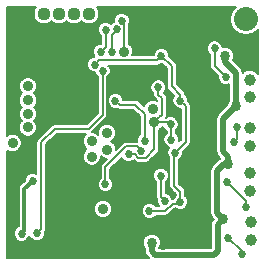
<source format=gbl>
G04 #@! TF.FileFunction,Copper,L2,Bot,Signal*
%FSLAX46Y46*%
G04 Gerber Fmt 4.6, Leading zero omitted, Abs format (unit mm)*
G04 Created by KiCad (PCBNEW (2014-12-04 BZR 5312)-product) date 1/18/2015 1:19:07 PM*
%MOMM*%
G01*
G04 APERTURE LIST*
%ADD10C,0.100000*%
%ADD11C,0.400000*%
%ADD12C,0.883200*%
%ADD13C,1.000000*%
%ADD14R,2.032000X2.032000*%
%ADD15O,2.032000X2.032000*%
%ADD16C,1.117600*%
%ADD17C,0.685800*%
%ADD18C,0.863600*%
%ADD19C,0.203200*%
%ADD20C,0.152400*%
%ADD21C,0.508000*%
%ADD22C,0.304800*%
G04 APERTURE END LIST*
D10*
D11*
X62528060Y-54789100D03*
X62528060Y-53289100D03*
X63528060Y-54789100D03*
X63528060Y-53289100D03*
X63008060Y-54039100D03*
X62474720Y-41222960D03*
X62474720Y-39722960D03*
X63474720Y-41222960D03*
X63474720Y-39722960D03*
X62954720Y-40472960D03*
X62510280Y-50130740D03*
X62510280Y-48630740D03*
X63510280Y-50130740D03*
X63510280Y-48630740D03*
X62990280Y-49380740D03*
X63505960Y-45632400D03*
X63505960Y-44132400D03*
X64505960Y-45632400D03*
X64505960Y-44132400D03*
X63985960Y-44882400D03*
D12*
X54518220Y-47886280D03*
X54518220Y-46586280D03*
X55818220Y-47286280D03*
X55818220Y-45886280D03*
X49117900Y-44273200D03*
X49117900Y-43123200D03*
X49103280Y-45412660D03*
X57264300Y-38991540D03*
X59814460Y-44978320D03*
X59681330Y-43828970D03*
X49117900Y-41923200D03*
D13*
X68005960Y-53457720D03*
X68005960Y-54957720D03*
X67901820Y-41359700D03*
X67901820Y-42859700D03*
X67950080Y-45466880D03*
X67950080Y-46966880D03*
X67950080Y-49266720D03*
X67950080Y-50766720D03*
D14*
X67564000Y-38785800D03*
D15*
X67564000Y-36245800D03*
D12*
X55458360Y-52311300D03*
X58574940Y-49336960D03*
X47815500Y-46741080D03*
D16*
X47934880Y-35791140D03*
X49204880Y-35791140D03*
X50474880Y-35791140D03*
X51744880Y-35791140D03*
X53014880Y-35791140D03*
X54284880Y-35791140D03*
D17*
X60520580Y-55425340D03*
X65308480Y-42677080D03*
X58036460Y-35570160D03*
X53481700Y-42062400D03*
X52717900Y-42823200D03*
X53456300Y-43561000D03*
X51983100Y-43561000D03*
X51983100Y-42087800D03*
X53619400Y-48928020D03*
X48214280Y-48470820D03*
X50546000Y-37693600D03*
X61367389Y-51119984D03*
D18*
X57480200Y-53014880D03*
D17*
X60434220Y-40347900D03*
X47986850Y-51829550D03*
X60601948Y-47731749D03*
X47668180Y-54422040D03*
X64000380Y-38445440D03*
X64549020Y-47508160D03*
X64203580Y-51711860D03*
X52367180Y-55321200D03*
X57073800Y-36362640D03*
D18*
X59603640Y-55156100D03*
X65664080Y-53172360D03*
X66093340Y-48506380D03*
X65801240Y-39364920D03*
X66763900Y-43591480D03*
D17*
X55681880Y-50223420D03*
X58732420Y-47365920D03*
X48585120Y-54411880D03*
X49509680Y-49923700D03*
X60426600Y-39336980D03*
X62019180Y-43139360D03*
X61600080Y-47533560D03*
X62021720Y-51711860D03*
X59408060Y-52481480D03*
X54782720Y-40083740D03*
X56531960Y-43151690D03*
X58991500Y-46527720D03*
X56654700Y-37117020D03*
X56217820Y-39019480D03*
X55708466Y-37135865D03*
X55272940Y-39006780D03*
X57658000Y-47668180D03*
X60699926Y-51627026D03*
X61267340Y-46443910D03*
X60379875Y-49495445D03*
X60157360Y-42006520D03*
X61208571Y-45130720D03*
X64927480Y-38709600D03*
X65846960Y-41120060D03*
X67251580Y-56095900D03*
X66075560Y-54734460D03*
X67612260Y-52120800D03*
X65984120Y-50022760D03*
X66532860Y-46682680D03*
X66842640Y-45387260D03*
X55440560Y-40625515D03*
X49890680Y-54356000D03*
D19*
X52717900Y-42823200D02*
X53478700Y-42062400D01*
X53478700Y-42062400D02*
X53481700Y-42062400D01*
X52718500Y-42823200D02*
X53456300Y-43561000D01*
X52717900Y-42823200D02*
X52718500Y-42823200D01*
X52717900Y-42826200D02*
X51983100Y-43561000D01*
X52717900Y-42823200D02*
X52717900Y-42826200D01*
X52717900Y-42822600D02*
X51983100Y-42087800D01*
X52717900Y-42823200D02*
X52717900Y-42822600D01*
D20*
X57264300Y-36553140D02*
X57073800Y-36362640D01*
X57264300Y-38991540D02*
X57264300Y-36553140D01*
D21*
X65664080Y-53172360D02*
X65196720Y-53639720D01*
X59916060Y-56177180D02*
X59603640Y-55864760D01*
X59603640Y-55864760D02*
X59603640Y-55156100D01*
X65196720Y-53639720D02*
X65196720Y-55872380D01*
X65196720Y-55872380D02*
X64891920Y-56177180D01*
X64891920Y-56177180D02*
X59916060Y-56177180D01*
X66093340Y-48506380D02*
X66067940Y-48531780D01*
X66067940Y-48531780D02*
X65717420Y-48531780D01*
X65717420Y-48531780D02*
X65133220Y-49115980D01*
X65133220Y-49115980D02*
X65133220Y-52641500D01*
X65133220Y-52641500D02*
X65664080Y-53172360D01*
X66763900Y-43591480D02*
X65638680Y-44716700D01*
X65638680Y-44716700D02*
X65638680Y-47441063D01*
X65638680Y-47441063D02*
X66093340Y-47895723D01*
X66093340Y-47895723D02*
X66093340Y-48506380D01*
X66708020Y-43535600D02*
X66763900Y-43591480D01*
X66708020Y-40789860D02*
X66708020Y-43535600D01*
X65801240Y-39883080D02*
X66708020Y-40789860D01*
X65801240Y-39364920D02*
X65801240Y-39883080D01*
D22*
X48585120Y-54411880D02*
X48816260Y-54180740D01*
X48816260Y-54180740D02*
X48816260Y-50617120D01*
X48816260Y-50617120D02*
X49509680Y-49923700D01*
D20*
X58732420Y-47365920D02*
X58389521Y-47023021D01*
X58389521Y-47023021D02*
X57457337Y-47023021D01*
X57457337Y-47023021D02*
X55681880Y-48798478D01*
X55681880Y-48798478D02*
X55681880Y-50223420D01*
D19*
X61302900Y-41938147D02*
X61302900Y-40213280D01*
X61302900Y-40213280D02*
X60426600Y-39336980D01*
X62019180Y-43139360D02*
X62019180Y-42654427D01*
X62019180Y-42654427D02*
X61302900Y-41938147D01*
X62481460Y-43601640D02*
X62481460Y-46652180D01*
X62481460Y-46652180D02*
X61600080Y-47533560D01*
X62019180Y-43139360D02*
X62481460Y-43601640D01*
X61516260Y-50355500D02*
X61516260Y-47617380D01*
X61516260Y-47617380D02*
X61600080Y-47533560D01*
X62021720Y-50860960D02*
X61516260Y-50355500D01*
X62021720Y-51226927D02*
X62021720Y-50860960D01*
X62021720Y-51711860D02*
X62021720Y-51226927D01*
D20*
X61386720Y-51851560D02*
X61882020Y-51851560D01*
X61882020Y-51851560D02*
X62021720Y-51711860D01*
X60756800Y-52481480D02*
X61386720Y-51851560D01*
X59408060Y-52481480D02*
X60756800Y-52481480D01*
D19*
X60083701Y-39679879D02*
X60426600Y-39336980D01*
X60022739Y-39740841D02*
X60083701Y-39679879D01*
X55125619Y-39740841D02*
X60022739Y-39740841D01*
X54782720Y-40083740D02*
X55125619Y-39740841D01*
D20*
X56874859Y-43494589D02*
X58211349Y-43494589D01*
X56531960Y-43151690D02*
X56874859Y-43494589D01*
X58991500Y-44274740D02*
X58991500Y-46527720D01*
X58211349Y-43494589D02*
X58991500Y-44274740D01*
X56311801Y-37459919D02*
X56654700Y-37117020D01*
X56217820Y-37553900D02*
X56311801Y-37459919D01*
X56217820Y-39019480D02*
X56217820Y-37553900D01*
X55708466Y-37620798D02*
X55708466Y-37135865D01*
X55708466Y-38571254D02*
X55708466Y-37620798D01*
X55272940Y-39006780D02*
X55708466Y-38571254D01*
X60379875Y-51306975D02*
X60699926Y-51627026D01*
X60379875Y-49495445D02*
X60379875Y-51306975D01*
X61267340Y-46443910D02*
X61267340Y-45189489D01*
X61208571Y-45130720D02*
X61267340Y-45189489D01*
D19*
X60157360Y-42006520D02*
X60157360Y-42635137D01*
X60157360Y-42635137D02*
X60478531Y-42956308D01*
X60478531Y-42956308D02*
X60478531Y-44314249D01*
X60478531Y-44314249D02*
X60256059Y-44536721D01*
X60256059Y-44536721D02*
X59814460Y-44978320D01*
D20*
X61056171Y-44978320D02*
X61208571Y-45130720D01*
X59814460Y-44978320D02*
X61056171Y-44978320D01*
D19*
X58142933Y-47668180D02*
X57658000Y-47668180D01*
X58447733Y-47972980D02*
X58142933Y-47668180D01*
X59077860Y-47972980D02*
X58447733Y-47972980D01*
X59814460Y-47236380D02*
X59077860Y-47972980D01*
X59814460Y-44978320D02*
X59814460Y-47236380D01*
D20*
X64927480Y-39194533D02*
X64927480Y-38709600D01*
X64927480Y-40200580D02*
X64927480Y-39194533D01*
X65846960Y-41120060D02*
X64927480Y-40200580D01*
X67251580Y-55910480D02*
X67251580Y-56095900D01*
X66075560Y-54734460D02*
X67251580Y-55910480D01*
X67612260Y-51650900D02*
X67612260Y-52120800D01*
X65984120Y-50022760D02*
X67612260Y-51650900D01*
X66842640Y-45387260D02*
X66842640Y-46372900D01*
X66842640Y-46372900D02*
X66532860Y-46682680D01*
X50233579Y-54013101D02*
X50233579Y-46677581D01*
X49890680Y-54356000D02*
X50233579Y-54013101D01*
X50233579Y-46677581D02*
X51368960Y-45542200D01*
X51368960Y-45542200D02*
X54256940Y-45542200D01*
X55440560Y-44358580D02*
X55440560Y-40625515D01*
X54256940Y-45542200D02*
X55440560Y-44358580D01*
G36*
X62049660Y-46473322D02*
X61937287Y-46585695D01*
X61940323Y-46578385D01*
X61940557Y-46310609D01*
X61838299Y-46063127D01*
X61673740Y-45898280D01*
X61673740Y-45617439D01*
X61778865Y-45512498D01*
X61881554Y-45265195D01*
X61881788Y-44997419D01*
X61779530Y-44749937D01*
X61590349Y-44560426D01*
X61343046Y-44457737D01*
X61075270Y-44457503D01*
X60827788Y-44559761D01*
X60815896Y-44571631D01*
X60877462Y-44479492D01*
X60877462Y-44479491D01*
X60910331Y-44314249D01*
X60910331Y-42956308D01*
X60877462Y-42791065D01*
X60783860Y-42650979D01*
X60783856Y-42650976D01*
X60624326Y-42491445D01*
X60727654Y-42388298D01*
X60830343Y-42140995D01*
X60830577Y-41873219D01*
X60728319Y-41625737D01*
X60539138Y-41436226D01*
X60291835Y-41333537D01*
X60024059Y-41333303D01*
X59776577Y-41435561D01*
X59587066Y-41624742D01*
X59484377Y-41872045D01*
X59484143Y-42139821D01*
X59586401Y-42387303D01*
X59725560Y-42526704D01*
X59725560Y-42635137D01*
X59758429Y-42800380D01*
X59852031Y-42940466D01*
X60046731Y-43135165D01*
X60046731Y-43145005D01*
X59835524Y-43057305D01*
X59528483Y-43057037D01*
X59244712Y-43174289D01*
X59027412Y-43391210D01*
X58926273Y-43634777D01*
X58498717Y-43207221D01*
X58366872Y-43119124D01*
X58211349Y-43088189D01*
X57205116Y-43088189D01*
X57205177Y-43018389D01*
X57102919Y-42770907D01*
X56913738Y-42581396D01*
X56666435Y-42478707D01*
X56398659Y-42478473D01*
X56151177Y-42580731D01*
X55961666Y-42769912D01*
X55858977Y-43017215D01*
X55858743Y-43284991D01*
X55961001Y-43532473D01*
X56150182Y-43721984D01*
X56397485Y-43824673D01*
X56651751Y-43824895D01*
X56719336Y-43870054D01*
X56874859Y-43900989D01*
X58043013Y-43900989D01*
X58585100Y-44443076D01*
X58585100Y-45982333D01*
X58421206Y-46145942D01*
X58318517Y-46393245D01*
X58318321Y-46616621D01*
X57457337Y-46616621D01*
X57301814Y-46647556D01*
X57169969Y-46735653D01*
X56589993Y-47315628D01*
X56590153Y-47133433D01*
X56472901Y-46849662D01*
X56255980Y-46632362D01*
X56145079Y-46586312D01*
X56254838Y-46540961D01*
X56472138Y-46324040D01*
X56589885Y-46040474D01*
X56590153Y-45733433D01*
X56472901Y-45449662D01*
X56255980Y-45232362D01*
X55972414Y-45114615D01*
X55665373Y-45114347D01*
X55381602Y-45231599D01*
X55164302Y-45448520D01*
X55046555Y-45732086D01*
X55046301Y-46022841D01*
X54955980Y-45932362D01*
X54672414Y-45814615D01*
X54559359Y-45814516D01*
X55727928Y-44645949D01*
X55727928Y-44645948D01*
X55816025Y-44514103D01*
X55846959Y-44358580D01*
X55846960Y-44358580D01*
X55846960Y-41170901D01*
X56010854Y-41007293D01*
X56113543Y-40759990D01*
X56113777Y-40492214D01*
X56011519Y-40244732D01*
X55939553Y-40172641D01*
X60022739Y-40172641D01*
X60187981Y-40139772D01*
X60187982Y-40139772D01*
X60328068Y-40046170D01*
X60364212Y-40010025D01*
X60489097Y-40010135D01*
X60871100Y-40392137D01*
X60871100Y-41938147D01*
X60903969Y-42103390D01*
X60997571Y-42243476D01*
X61480308Y-42726213D01*
X61448886Y-42757582D01*
X61346197Y-43004885D01*
X61345963Y-43272661D01*
X61448221Y-43520143D01*
X61637402Y-43709654D01*
X61884705Y-43812343D01*
X62049660Y-43812487D01*
X62049660Y-46473322D01*
X62049660Y-46473322D01*
G37*
X62049660Y-46473322D02*
X61937287Y-46585695D01*
X61940323Y-46578385D01*
X61940557Y-46310609D01*
X61838299Y-46063127D01*
X61673740Y-45898280D01*
X61673740Y-45617439D01*
X61778865Y-45512498D01*
X61881554Y-45265195D01*
X61881788Y-44997419D01*
X61779530Y-44749937D01*
X61590349Y-44560426D01*
X61343046Y-44457737D01*
X61075270Y-44457503D01*
X60827788Y-44559761D01*
X60815896Y-44571631D01*
X60877462Y-44479492D01*
X60877462Y-44479491D01*
X60910331Y-44314249D01*
X60910331Y-42956308D01*
X60877462Y-42791065D01*
X60783860Y-42650979D01*
X60783856Y-42650976D01*
X60624326Y-42491445D01*
X60727654Y-42388298D01*
X60830343Y-42140995D01*
X60830577Y-41873219D01*
X60728319Y-41625737D01*
X60539138Y-41436226D01*
X60291835Y-41333537D01*
X60024059Y-41333303D01*
X59776577Y-41435561D01*
X59587066Y-41624742D01*
X59484377Y-41872045D01*
X59484143Y-42139821D01*
X59586401Y-42387303D01*
X59725560Y-42526704D01*
X59725560Y-42635137D01*
X59758429Y-42800380D01*
X59852031Y-42940466D01*
X60046731Y-43135165D01*
X60046731Y-43145005D01*
X59835524Y-43057305D01*
X59528483Y-43057037D01*
X59244712Y-43174289D01*
X59027412Y-43391210D01*
X58926273Y-43634777D01*
X58498717Y-43207221D01*
X58366872Y-43119124D01*
X58211349Y-43088189D01*
X57205116Y-43088189D01*
X57205177Y-43018389D01*
X57102919Y-42770907D01*
X56913738Y-42581396D01*
X56666435Y-42478707D01*
X56398659Y-42478473D01*
X56151177Y-42580731D01*
X55961666Y-42769912D01*
X55858977Y-43017215D01*
X55858743Y-43284991D01*
X55961001Y-43532473D01*
X56150182Y-43721984D01*
X56397485Y-43824673D01*
X56651751Y-43824895D01*
X56719336Y-43870054D01*
X56874859Y-43900989D01*
X58043013Y-43900989D01*
X58585100Y-44443076D01*
X58585100Y-45982333D01*
X58421206Y-46145942D01*
X58318517Y-46393245D01*
X58318321Y-46616621D01*
X57457337Y-46616621D01*
X57301814Y-46647556D01*
X57169969Y-46735653D01*
X56589993Y-47315628D01*
X56590153Y-47133433D01*
X56472901Y-46849662D01*
X56255980Y-46632362D01*
X56145079Y-46586312D01*
X56254838Y-46540961D01*
X56472138Y-46324040D01*
X56589885Y-46040474D01*
X56590153Y-45733433D01*
X56472901Y-45449662D01*
X56255980Y-45232362D01*
X55972414Y-45114615D01*
X55665373Y-45114347D01*
X55381602Y-45231599D01*
X55164302Y-45448520D01*
X55046555Y-45732086D01*
X55046301Y-46022841D01*
X54955980Y-45932362D01*
X54672414Y-45814615D01*
X54559359Y-45814516D01*
X55727928Y-44645949D01*
X55727928Y-44645948D01*
X55816025Y-44514103D01*
X55846959Y-44358580D01*
X55846960Y-44358580D01*
X55846960Y-41170901D01*
X56010854Y-41007293D01*
X56113543Y-40759990D01*
X56113777Y-40492214D01*
X56011519Y-40244732D01*
X55939553Y-40172641D01*
X60022739Y-40172641D01*
X60187981Y-40139772D01*
X60187982Y-40139772D01*
X60328068Y-40046170D01*
X60364212Y-40010025D01*
X60489097Y-40010135D01*
X60871100Y-40392137D01*
X60871100Y-41938147D01*
X60903969Y-42103390D01*
X60997571Y-42243476D01*
X61480308Y-42726213D01*
X61448886Y-42757582D01*
X61346197Y-43004885D01*
X61345963Y-43272661D01*
X61448221Y-43520143D01*
X61637402Y-43709654D01*
X61884705Y-43812343D01*
X62049660Y-43812487D01*
X62049660Y-46473322D01*
G36*
X68604720Y-40888721D02*
X68372705Y-40656301D01*
X68067682Y-40529644D01*
X67737407Y-40529356D01*
X67432164Y-40655480D01*
X67292220Y-40795179D01*
X67292220Y-40789865D01*
X67292220Y-40789860D01*
X67292221Y-40789860D01*
X67247751Y-40566297D01*
X67247750Y-40566296D01*
X67205729Y-40503407D01*
X67121112Y-40376769D01*
X67121112Y-40376768D01*
X67121108Y-40376765D01*
X66474614Y-39730270D01*
X66563107Y-39517156D01*
X66563372Y-39214014D01*
X66447608Y-38933846D01*
X66233442Y-38719305D01*
X65953476Y-38603053D01*
X65650334Y-38602788D01*
X65600655Y-38623314D01*
X65600697Y-38576299D01*
X65498439Y-38328817D01*
X65309258Y-38139306D01*
X65061955Y-38036617D01*
X64794179Y-38036383D01*
X64546697Y-38138641D01*
X64357186Y-38327822D01*
X64254497Y-38575125D01*
X64254263Y-38842901D01*
X64356521Y-39090383D01*
X64521080Y-39255229D01*
X64521080Y-40200580D01*
X64552015Y-40356103D01*
X64640112Y-40487948D01*
X65173945Y-41021781D01*
X65173743Y-41253361D01*
X65276001Y-41500843D01*
X65465182Y-41690354D01*
X65712485Y-41793043D01*
X65980261Y-41793277D01*
X66123820Y-41733959D01*
X66123820Y-43153752D01*
X66118285Y-43159278D01*
X66002033Y-43439244D01*
X66001956Y-43527239D01*
X65225588Y-44303608D01*
X65098950Y-44493136D01*
X65054480Y-44716700D01*
X65054480Y-47441063D01*
X65098950Y-47664627D01*
X65225588Y-47854155D01*
X65415702Y-48044269D01*
X65304328Y-48118688D01*
X65304325Y-48118691D01*
X64720128Y-48702888D01*
X64593490Y-48892416D01*
X64549020Y-49115980D01*
X64549020Y-52641500D01*
X64593490Y-52865064D01*
X64720128Y-53054592D01*
X64837896Y-53172359D01*
X64783628Y-53226628D01*
X64656990Y-53416156D01*
X64612520Y-53639720D01*
X64612520Y-55592980D01*
X62913261Y-55592980D01*
X62913261Y-46652180D01*
X62913260Y-46652174D01*
X62913260Y-43601645D01*
X62913260Y-43601640D01*
X62913261Y-43601640D01*
X62880392Y-43436398D01*
X62880391Y-43436397D01*
X62849332Y-43389914D01*
X62786789Y-43296312D01*
X62786789Y-43296311D01*
X62786785Y-43296308D01*
X62692225Y-43201748D01*
X62692397Y-43006059D01*
X62590139Y-42758577D01*
X62442223Y-42610403D01*
X62442222Y-42610402D01*
X62418111Y-42489185D01*
X62418111Y-42489184D01*
X62324509Y-42349098D01*
X61734700Y-41759289D01*
X61734700Y-40213280D01*
X61701831Y-40048037D01*
X61608229Y-39907951D01*
X61608225Y-39907948D01*
X61099645Y-39399368D01*
X61099817Y-39203679D01*
X60997559Y-38956197D01*
X60808378Y-38766686D01*
X60561075Y-38663997D01*
X60293299Y-38663763D01*
X60045817Y-38766021D01*
X59856306Y-38955202D01*
X59753617Y-39202505D01*
X59753523Y-39309041D01*
X57968153Y-39309041D01*
X58035965Y-39145734D01*
X58036233Y-38838693D01*
X57918981Y-38554922D01*
X57702060Y-38337622D01*
X57670700Y-38324600D01*
X57670700Y-36680343D01*
X57746783Y-36497115D01*
X57747017Y-36229339D01*
X57644759Y-35981857D01*
X57455578Y-35792346D01*
X57208275Y-35689657D01*
X56940499Y-35689423D01*
X56693017Y-35791681D01*
X56503506Y-35980862D01*
X56400817Y-36228165D01*
X56400584Y-36493722D01*
X56273917Y-36546061D01*
X56172165Y-36647635D01*
X56090244Y-36565571D01*
X55842941Y-36462882D01*
X55575165Y-36462648D01*
X55327683Y-36564906D01*
X55138172Y-36754087D01*
X55035483Y-37001390D01*
X55035249Y-37269166D01*
X55137507Y-37516648D01*
X55302066Y-37681494D01*
X55302066Y-38333704D01*
X55139639Y-38333563D01*
X54892157Y-38435821D01*
X54702646Y-38625002D01*
X54599957Y-38872305D01*
X54599723Y-39140081D01*
X54701981Y-39387563D01*
X54724966Y-39410589D01*
X54649419Y-39410523D01*
X54401937Y-39512781D01*
X54212426Y-39701962D01*
X54109737Y-39949265D01*
X54109503Y-40217041D01*
X54211761Y-40464523D01*
X54400942Y-40654034D01*
X54648245Y-40756723D01*
X54767344Y-40756827D01*
X54767343Y-40758816D01*
X54869601Y-41006298D01*
X55034160Y-41171144D01*
X55034160Y-44190243D01*
X54088603Y-45135800D01*
X51368960Y-45135800D01*
X51213437Y-45166735D01*
X51081592Y-45254832D01*
X49946211Y-46390213D01*
X49889833Y-46474587D01*
X49889833Y-44120353D01*
X49772581Y-43836582D01*
X49634389Y-43698148D01*
X49771818Y-43560960D01*
X49889565Y-43277394D01*
X49889833Y-42970353D01*
X49772581Y-42686582D01*
X49609389Y-42523105D01*
X49771818Y-42360960D01*
X49889565Y-42077394D01*
X49889833Y-41770353D01*
X49772581Y-41486582D01*
X49555660Y-41269282D01*
X49272094Y-41151535D01*
X48965053Y-41151267D01*
X48681282Y-41268519D01*
X48463982Y-41485440D01*
X48346235Y-41769006D01*
X48345967Y-42076047D01*
X48463219Y-42359818D01*
X48626410Y-42523294D01*
X48463982Y-42685440D01*
X48346235Y-42969006D01*
X48345967Y-43276047D01*
X48463219Y-43559818D01*
X48601410Y-43698251D01*
X48463982Y-43835440D01*
X48346235Y-44119006D01*
X48345967Y-44426047D01*
X48463219Y-44709818D01*
X48588843Y-44835661D01*
X48449362Y-44974900D01*
X48331615Y-45258466D01*
X48331347Y-45565507D01*
X48448599Y-45849278D01*
X48665520Y-46066578D01*
X48949086Y-46184325D01*
X49256127Y-46184593D01*
X49539898Y-46067341D01*
X49757198Y-45850420D01*
X49874945Y-45566854D01*
X49875213Y-45259813D01*
X49757961Y-44976042D01*
X49632336Y-44850198D01*
X49771818Y-44710960D01*
X49889565Y-44427394D01*
X49889833Y-44120353D01*
X49889833Y-46474587D01*
X49858114Y-46522058D01*
X49827179Y-46677581D01*
X49827179Y-49326715D01*
X49644155Y-49250717D01*
X49376379Y-49250483D01*
X49128897Y-49352741D01*
X48939386Y-49541922D01*
X48836697Y-49789225D01*
X48836587Y-49914292D01*
X48475010Y-50275870D01*
X48370396Y-50432437D01*
X48333660Y-50617120D01*
X48333660Y-53787485D01*
X48204337Y-53840921D01*
X48014826Y-54030102D01*
X47912137Y-54277405D01*
X47911903Y-54545181D01*
X48014161Y-54792663D01*
X48203342Y-54982174D01*
X48450645Y-55084863D01*
X48718421Y-55085097D01*
X48965903Y-54982839D01*
X49155414Y-54793658D01*
X49249549Y-54566955D01*
X49319721Y-54736783D01*
X49508902Y-54926294D01*
X49756205Y-55028983D01*
X50023981Y-55029217D01*
X50271463Y-54926959D01*
X50460974Y-54737778D01*
X50563663Y-54490475D01*
X50563885Y-54236208D01*
X50609044Y-54168624D01*
X50639978Y-54013101D01*
X50639979Y-54013101D01*
X50639979Y-46845917D01*
X51537296Y-45948600D01*
X54064571Y-45948600D01*
X53864302Y-46148520D01*
X53746555Y-46432086D01*
X53746287Y-46739127D01*
X53863539Y-47022898D01*
X54076730Y-47236461D01*
X53864302Y-47448520D01*
X53746555Y-47732086D01*
X53746287Y-48039127D01*
X53863539Y-48322898D01*
X54080460Y-48540198D01*
X54364026Y-48657945D01*
X54671067Y-48658213D01*
X54954838Y-48540961D01*
X55172138Y-48324040D01*
X55289885Y-48040474D01*
X55290051Y-47849631D01*
X55380460Y-47940198D01*
X55664026Y-48057945D01*
X55847516Y-48058105D01*
X55394512Y-48511110D01*
X55306415Y-48642955D01*
X55275480Y-48798478D01*
X55275480Y-49678033D01*
X55111586Y-49841642D01*
X55008897Y-50088945D01*
X55008663Y-50356721D01*
X55110921Y-50604203D01*
X55300102Y-50793714D01*
X55547405Y-50896403D01*
X55815181Y-50896637D01*
X56062663Y-50794379D01*
X56252174Y-50605198D01*
X56354863Y-50357895D01*
X56355097Y-50090119D01*
X56252839Y-49842637D01*
X56088280Y-49677790D01*
X56088280Y-48966814D01*
X57063384Y-47991709D01*
X57087041Y-48048963D01*
X57276222Y-48238474D01*
X57523525Y-48341163D01*
X57791301Y-48341397D01*
X58038783Y-48239139D01*
X58071036Y-48206941D01*
X58142404Y-48278309D01*
X58282490Y-48371911D01*
X58447733Y-48404780D01*
X59077860Y-48404780D01*
X59243102Y-48371911D01*
X59243103Y-48371911D01*
X59383189Y-48278309D01*
X60119789Y-47541709D01*
X60213391Y-47401623D01*
X60213391Y-47401622D01*
X60218844Y-47374206D01*
X60246260Y-47236380D01*
X60246261Y-47236380D01*
X60246260Y-47236374D01*
X60246260Y-45634991D01*
X60251078Y-45633001D01*
X60468378Y-45416080D01*
X60481399Y-45384720D01*
X60585226Y-45384720D01*
X60637612Y-45511503D01*
X60826793Y-45701014D01*
X60860940Y-45715193D01*
X60860940Y-45898523D01*
X60697046Y-46062132D01*
X60594357Y-46309435D01*
X60594123Y-46577211D01*
X60696381Y-46824693D01*
X60885562Y-47014204D01*
X61084749Y-47096913D01*
X61029786Y-47151782D01*
X60927097Y-47399085D01*
X60926863Y-47666861D01*
X61029121Y-47914343D01*
X61084460Y-47969778D01*
X61084460Y-50355500D01*
X61117329Y-50520743D01*
X61210931Y-50660829D01*
X61589920Y-51039817D01*
X61589920Y-51191829D01*
X61451426Y-51330082D01*
X61403641Y-51445160D01*
X61386720Y-51445160D01*
X61355631Y-51451343D01*
X61270885Y-51246243D01*
X61081704Y-51056732D01*
X60834401Y-50954043D01*
X60786275Y-50954000D01*
X60786275Y-50040831D01*
X60950169Y-49877223D01*
X61052858Y-49629920D01*
X61053092Y-49362144D01*
X60950834Y-49114662D01*
X60761653Y-48925151D01*
X60514350Y-48822462D01*
X60246574Y-48822228D01*
X59999092Y-48924486D01*
X59809581Y-49113667D01*
X59706892Y-49360970D01*
X59706658Y-49628746D01*
X59808916Y-49876228D01*
X59973475Y-50041074D01*
X59973475Y-51306975D01*
X60004410Y-51462498D01*
X60026939Y-51496215D01*
X60026709Y-51760327D01*
X60128967Y-52007809D01*
X60196120Y-52075080D01*
X59953446Y-52075080D01*
X59789838Y-51911186D01*
X59542535Y-51808497D01*
X59274759Y-51808263D01*
X59027277Y-51910521D01*
X58837766Y-52099702D01*
X58735077Y-52347005D01*
X58734843Y-52614781D01*
X58837101Y-52862263D01*
X59026282Y-53051774D01*
X59273585Y-53154463D01*
X59541361Y-53154697D01*
X59788843Y-53052439D01*
X59953689Y-52887880D01*
X60756800Y-52887880D01*
X60912322Y-52856945D01*
X60912323Y-52856945D01*
X61044168Y-52768848D01*
X61555056Y-52257960D01*
X61615790Y-52257960D01*
X61639942Y-52282154D01*
X61887245Y-52384843D01*
X62155021Y-52385077D01*
X62402503Y-52282819D01*
X62592014Y-52093638D01*
X62694703Y-51846335D01*
X62694937Y-51578559D01*
X62592679Y-51331077D01*
X62453520Y-51191675D01*
X62453520Y-50860960D01*
X62420651Y-50695717D01*
X62327049Y-50555631D01*
X62327045Y-50555628D01*
X61948060Y-50176642D01*
X61948060Y-48118072D01*
X61980863Y-48104519D01*
X62170374Y-47915338D01*
X62273063Y-47668035D01*
X62273235Y-47471062D01*
X62786785Y-46957511D01*
X62786789Y-46957509D01*
X62786789Y-46957508D01*
X62849332Y-46863906D01*
X62880391Y-46817423D01*
X62880392Y-46817422D01*
X62913260Y-46652180D01*
X62913261Y-46652180D01*
X62913261Y-55592980D01*
X60244568Y-55592980D01*
X60249255Y-55588302D01*
X60365507Y-55308336D01*
X60365772Y-55005194D01*
X60250008Y-54725026D01*
X60035842Y-54510485D01*
X59755876Y-54394233D01*
X59452734Y-54393968D01*
X59172566Y-54509732D01*
X58958025Y-54723898D01*
X58841773Y-55003864D01*
X58841508Y-55307006D01*
X58957272Y-55587174D01*
X59019440Y-55649450D01*
X59019440Y-55864760D01*
X59063910Y-56088324D01*
X59190548Y-56277852D01*
X59357376Y-56444680D01*
X56230293Y-56444680D01*
X56230293Y-52158453D01*
X56113041Y-51874682D01*
X55896120Y-51657382D01*
X55612554Y-51539635D01*
X55305513Y-51539367D01*
X55021742Y-51656619D01*
X54804442Y-51873540D01*
X54686695Y-52157106D01*
X54686427Y-52464147D01*
X54803679Y-52747918D01*
X55020600Y-52965218D01*
X55304166Y-53082965D01*
X55611207Y-53083233D01*
X55894978Y-52965981D01*
X56112278Y-52749060D01*
X56230025Y-52465494D01*
X56230293Y-52158453D01*
X56230293Y-56444680D01*
X47365120Y-56444680D01*
X47365120Y-47382355D01*
X47377740Y-47394998D01*
X47661306Y-47512745D01*
X47968347Y-47513013D01*
X48252118Y-47395761D01*
X48469418Y-47178840D01*
X48587165Y-46895274D01*
X48587433Y-46588233D01*
X48470181Y-46304462D01*
X48253260Y-46087162D01*
X47969694Y-45969415D01*
X47662653Y-45969147D01*
X47378882Y-46086399D01*
X47365120Y-46100136D01*
X47365120Y-35205080D01*
X49803629Y-35205080D01*
X49721662Y-35286904D01*
X49586034Y-35613531D01*
X49585726Y-35967197D01*
X49720783Y-36294060D01*
X49970644Y-36544358D01*
X50297271Y-36679986D01*
X50650937Y-36680294D01*
X50977800Y-36545237D01*
X51109891Y-36413376D01*
X51240644Y-36544358D01*
X51567271Y-36679986D01*
X51920937Y-36680294D01*
X52247800Y-36545237D01*
X52379891Y-36413376D01*
X52510644Y-36544358D01*
X52837271Y-36679986D01*
X53190937Y-36680294D01*
X53517800Y-36545237D01*
X53649891Y-36413376D01*
X53780644Y-36544358D01*
X54107271Y-36679986D01*
X54460937Y-36680294D01*
X54787800Y-36545237D01*
X55038098Y-36295376D01*
X55173726Y-35968749D01*
X55174034Y-35615083D01*
X55038977Y-35288220D01*
X54955982Y-35205080D01*
X66705539Y-35205080D01*
X66612093Y-35267519D01*
X66320273Y-35704258D01*
X66217800Y-36219426D01*
X66217800Y-36272174D01*
X66320273Y-36787342D01*
X66612093Y-37224081D01*
X67048832Y-37515901D01*
X67564000Y-37618374D01*
X68079168Y-37515901D01*
X68515907Y-37224081D01*
X68604720Y-37091163D01*
X68604720Y-38175357D01*
X68559548Y-38943280D01*
X68604720Y-38943280D01*
X68604720Y-40888721D01*
X68604720Y-40888721D01*
G37*
X68604720Y-40888721D02*
X68372705Y-40656301D01*
X68067682Y-40529644D01*
X67737407Y-40529356D01*
X67432164Y-40655480D01*
X67292220Y-40795179D01*
X67292220Y-40789865D01*
X67292220Y-40789860D01*
X67292221Y-40789860D01*
X67247751Y-40566297D01*
X67247750Y-40566296D01*
X67205729Y-40503407D01*
X67121112Y-40376769D01*
X67121112Y-40376768D01*
X67121108Y-40376765D01*
X66474614Y-39730270D01*
X66563107Y-39517156D01*
X66563372Y-39214014D01*
X66447608Y-38933846D01*
X66233442Y-38719305D01*
X65953476Y-38603053D01*
X65650334Y-38602788D01*
X65600655Y-38623314D01*
X65600697Y-38576299D01*
X65498439Y-38328817D01*
X65309258Y-38139306D01*
X65061955Y-38036617D01*
X64794179Y-38036383D01*
X64546697Y-38138641D01*
X64357186Y-38327822D01*
X64254497Y-38575125D01*
X64254263Y-38842901D01*
X64356521Y-39090383D01*
X64521080Y-39255229D01*
X64521080Y-40200580D01*
X64552015Y-40356103D01*
X64640112Y-40487948D01*
X65173945Y-41021781D01*
X65173743Y-41253361D01*
X65276001Y-41500843D01*
X65465182Y-41690354D01*
X65712485Y-41793043D01*
X65980261Y-41793277D01*
X66123820Y-41733959D01*
X66123820Y-43153752D01*
X66118285Y-43159278D01*
X66002033Y-43439244D01*
X66001956Y-43527239D01*
X65225588Y-44303608D01*
X65098950Y-44493136D01*
X65054480Y-44716700D01*
X65054480Y-47441063D01*
X65098950Y-47664627D01*
X65225588Y-47854155D01*
X65415702Y-48044269D01*
X65304328Y-48118688D01*
X65304325Y-48118691D01*
X64720128Y-48702888D01*
X64593490Y-48892416D01*
X64549020Y-49115980D01*
X64549020Y-52641500D01*
X64593490Y-52865064D01*
X64720128Y-53054592D01*
X64837896Y-53172359D01*
X64783628Y-53226628D01*
X64656990Y-53416156D01*
X64612520Y-53639720D01*
X64612520Y-55592980D01*
X62913261Y-55592980D01*
X62913261Y-46652180D01*
X62913260Y-46652174D01*
X62913260Y-43601645D01*
X62913260Y-43601640D01*
X62913261Y-43601640D01*
X62880392Y-43436398D01*
X62880391Y-43436397D01*
X62849332Y-43389914D01*
X62786789Y-43296312D01*
X62786789Y-43296311D01*
X62786785Y-43296308D01*
X62692225Y-43201748D01*
X62692397Y-43006059D01*
X62590139Y-42758577D01*
X62442223Y-42610403D01*
X62442222Y-42610402D01*
X62418111Y-42489185D01*
X62418111Y-42489184D01*
X62324509Y-42349098D01*
X61734700Y-41759289D01*
X61734700Y-40213280D01*
X61701831Y-40048037D01*
X61608229Y-39907951D01*
X61608225Y-39907948D01*
X61099645Y-39399368D01*
X61099817Y-39203679D01*
X60997559Y-38956197D01*
X60808378Y-38766686D01*
X60561075Y-38663997D01*
X60293299Y-38663763D01*
X60045817Y-38766021D01*
X59856306Y-38955202D01*
X59753617Y-39202505D01*
X59753523Y-39309041D01*
X57968153Y-39309041D01*
X58035965Y-39145734D01*
X58036233Y-38838693D01*
X57918981Y-38554922D01*
X57702060Y-38337622D01*
X57670700Y-38324600D01*
X57670700Y-36680343D01*
X57746783Y-36497115D01*
X57747017Y-36229339D01*
X57644759Y-35981857D01*
X57455578Y-35792346D01*
X57208275Y-35689657D01*
X56940499Y-35689423D01*
X56693017Y-35791681D01*
X56503506Y-35980862D01*
X56400817Y-36228165D01*
X56400584Y-36493722D01*
X56273917Y-36546061D01*
X56172165Y-36647635D01*
X56090244Y-36565571D01*
X55842941Y-36462882D01*
X55575165Y-36462648D01*
X55327683Y-36564906D01*
X55138172Y-36754087D01*
X55035483Y-37001390D01*
X55035249Y-37269166D01*
X55137507Y-37516648D01*
X55302066Y-37681494D01*
X55302066Y-38333704D01*
X55139639Y-38333563D01*
X54892157Y-38435821D01*
X54702646Y-38625002D01*
X54599957Y-38872305D01*
X54599723Y-39140081D01*
X54701981Y-39387563D01*
X54724966Y-39410589D01*
X54649419Y-39410523D01*
X54401937Y-39512781D01*
X54212426Y-39701962D01*
X54109737Y-39949265D01*
X54109503Y-40217041D01*
X54211761Y-40464523D01*
X54400942Y-40654034D01*
X54648245Y-40756723D01*
X54767344Y-40756827D01*
X54767343Y-40758816D01*
X54869601Y-41006298D01*
X55034160Y-41171144D01*
X55034160Y-44190243D01*
X54088603Y-45135800D01*
X51368960Y-45135800D01*
X51213437Y-45166735D01*
X51081592Y-45254832D01*
X49946211Y-46390213D01*
X49889833Y-46474587D01*
X49889833Y-44120353D01*
X49772581Y-43836582D01*
X49634389Y-43698148D01*
X49771818Y-43560960D01*
X49889565Y-43277394D01*
X49889833Y-42970353D01*
X49772581Y-42686582D01*
X49609389Y-42523105D01*
X49771818Y-42360960D01*
X49889565Y-42077394D01*
X49889833Y-41770353D01*
X49772581Y-41486582D01*
X49555660Y-41269282D01*
X49272094Y-41151535D01*
X48965053Y-41151267D01*
X48681282Y-41268519D01*
X48463982Y-41485440D01*
X48346235Y-41769006D01*
X48345967Y-42076047D01*
X48463219Y-42359818D01*
X48626410Y-42523294D01*
X48463982Y-42685440D01*
X48346235Y-42969006D01*
X48345967Y-43276047D01*
X48463219Y-43559818D01*
X48601410Y-43698251D01*
X48463982Y-43835440D01*
X48346235Y-44119006D01*
X48345967Y-44426047D01*
X48463219Y-44709818D01*
X48588843Y-44835661D01*
X48449362Y-44974900D01*
X48331615Y-45258466D01*
X48331347Y-45565507D01*
X48448599Y-45849278D01*
X48665520Y-46066578D01*
X48949086Y-46184325D01*
X49256127Y-46184593D01*
X49539898Y-46067341D01*
X49757198Y-45850420D01*
X49874945Y-45566854D01*
X49875213Y-45259813D01*
X49757961Y-44976042D01*
X49632336Y-44850198D01*
X49771818Y-44710960D01*
X49889565Y-44427394D01*
X49889833Y-44120353D01*
X49889833Y-46474587D01*
X49858114Y-46522058D01*
X49827179Y-46677581D01*
X49827179Y-49326715D01*
X49644155Y-49250717D01*
X49376379Y-49250483D01*
X49128897Y-49352741D01*
X48939386Y-49541922D01*
X48836697Y-49789225D01*
X48836587Y-49914292D01*
X48475010Y-50275870D01*
X48370396Y-50432437D01*
X48333660Y-50617120D01*
X48333660Y-53787485D01*
X48204337Y-53840921D01*
X48014826Y-54030102D01*
X47912137Y-54277405D01*
X47911903Y-54545181D01*
X48014161Y-54792663D01*
X48203342Y-54982174D01*
X48450645Y-55084863D01*
X48718421Y-55085097D01*
X48965903Y-54982839D01*
X49155414Y-54793658D01*
X49249549Y-54566955D01*
X49319721Y-54736783D01*
X49508902Y-54926294D01*
X49756205Y-55028983D01*
X50023981Y-55029217D01*
X50271463Y-54926959D01*
X50460974Y-54737778D01*
X50563663Y-54490475D01*
X50563885Y-54236208D01*
X50609044Y-54168624D01*
X50639978Y-54013101D01*
X50639979Y-54013101D01*
X50639979Y-46845917D01*
X51537296Y-45948600D01*
X54064571Y-45948600D01*
X53864302Y-46148520D01*
X53746555Y-46432086D01*
X53746287Y-46739127D01*
X53863539Y-47022898D01*
X54076730Y-47236461D01*
X53864302Y-47448520D01*
X53746555Y-47732086D01*
X53746287Y-48039127D01*
X53863539Y-48322898D01*
X54080460Y-48540198D01*
X54364026Y-48657945D01*
X54671067Y-48658213D01*
X54954838Y-48540961D01*
X55172138Y-48324040D01*
X55289885Y-48040474D01*
X55290051Y-47849631D01*
X55380460Y-47940198D01*
X55664026Y-48057945D01*
X55847516Y-48058105D01*
X55394512Y-48511110D01*
X55306415Y-48642955D01*
X55275480Y-48798478D01*
X55275480Y-49678033D01*
X55111586Y-49841642D01*
X55008897Y-50088945D01*
X55008663Y-50356721D01*
X55110921Y-50604203D01*
X55300102Y-50793714D01*
X55547405Y-50896403D01*
X55815181Y-50896637D01*
X56062663Y-50794379D01*
X56252174Y-50605198D01*
X56354863Y-50357895D01*
X56355097Y-50090119D01*
X56252839Y-49842637D01*
X56088280Y-49677790D01*
X56088280Y-48966814D01*
X57063384Y-47991709D01*
X57087041Y-48048963D01*
X57276222Y-48238474D01*
X57523525Y-48341163D01*
X57791301Y-48341397D01*
X58038783Y-48239139D01*
X58071036Y-48206941D01*
X58142404Y-48278309D01*
X58282490Y-48371911D01*
X58447733Y-48404780D01*
X59077860Y-48404780D01*
X59243102Y-48371911D01*
X59243103Y-48371911D01*
X59383189Y-48278309D01*
X60119789Y-47541709D01*
X60213391Y-47401623D01*
X60213391Y-47401622D01*
X60218844Y-47374206D01*
X60246260Y-47236380D01*
X60246261Y-47236380D01*
X60246260Y-47236374D01*
X60246260Y-45634991D01*
X60251078Y-45633001D01*
X60468378Y-45416080D01*
X60481399Y-45384720D01*
X60585226Y-45384720D01*
X60637612Y-45511503D01*
X60826793Y-45701014D01*
X60860940Y-45715193D01*
X60860940Y-45898523D01*
X60697046Y-46062132D01*
X60594357Y-46309435D01*
X60594123Y-46577211D01*
X60696381Y-46824693D01*
X60885562Y-47014204D01*
X61084749Y-47096913D01*
X61029786Y-47151782D01*
X60927097Y-47399085D01*
X60926863Y-47666861D01*
X61029121Y-47914343D01*
X61084460Y-47969778D01*
X61084460Y-50355500D01*
X61117329Y-50520743D01*
X61210931Y-50660829D01*
X61589920Y-51039817D01*
X61589920Y-51191829D01*
X61451426Y-51330082D01*
X61403641Y-51445160D01*
X61386720Y-51445160D01*
X61355631Y-51451343D01*
X61270885Y-51246243D01*
X61081704Y-51056732D01*
X60834401Y-50954043D01*
X60786275Y-50954000D01*
X60786275Y-50040831D01*
X60950169Y-49877223D01*
X61052858Y-49629920D01*
X61053092Y-49362144D01*
X60950834Y-49114662D01*
X60761653Y-48925151D01*
X60514350Y-48822462D01*
X60246574Y-48822228D01*
X59999092Y-48924486D01*
X59809581Y-49113667D01*
X59706892Y-49360970D01*
X59706658Y-49628746D01*
X59808916Y-49876228D01*
X59973475Y-50041074D01*
X59973475Y-51306975D01*
X60004410Y-51462498D01*
X60026939Y-51496215D01*
X60026709Y-51760327D01*
X60128967Y-52007809D01*
X60196120Y-52075080D01*
X59953446Y-52075080D01*
X59789838Y-51911186D01*
X59542535Y-51808497D01*
X59274759Y-51808263D01*
X59027277Y-51910521D01*
X58837766Y-52099702D01*
X58735077Y-52347005D01*
X58734843Y-52614781D01*
X58837101Y-52862263D01*
X59026282Y-53051774D01*
X59273585Y-53154463D01*
X59541361Y-53154697D01*
X59788843Y-53052439D01*
X59953689Y-52887880D01*
X60756800Y-52887880D01*
X60912322Y-52856945D01*
X60912323Y-52856945D01*
X61044168Y-52768848D01*
X61555056Y-52257960D01*
X61615790Y-52257960D01*
X61639942Y-52282154D01*
X61887245Y-52384843D01*
X62155021Y-52385077D01*
X62402503Y-52282819D01*
X62592014Y-52093638D01*
X62694703Y-51846335D01*
X62694937Y-51578559D01*
X62592679Y-51331077D01*
X62453520Y-51191675D01*
X62453520Y-50860960D01*
X62420651Y-50695717D01*
X62327049Y-50555631D01*
X62327045Y-50555628D01*
X61948060Y-50176642D01*
X61948060Y-48118072D01*
X61980863Y-48104519D01*
X62170374Y-47915338D01*
X62273063Y-47668035D01*
X62273235Y-47471062D01*
X62786785Y-46957511D01*
X62786789Y-46957509D01*
X62786789Y-46957508D01*
X62849332Y-46863906D01*
X62880391Y-46817423D01*
X62880392Y-46817422D01*
X62913260Y-46652180D01*
X62913261Y-46652180D01*
X62913261Y-55592980D01*
X60244568Y-55592980D01*
X60249255Y-55588302D01*
X60365507Y-55308336D01*
X60365772Y-55005194D01*
X60250008Y-54725026D01*
X60035842Y-54510485D01*
X59755876Y-54394233D01*
X59452734Y-54393968D01*
X59172566Y-54509732D01*
X58958025Y-54723898D01*
X58841773Y-55003864D01*
X58841508Y-55307006D01*
X58957272Y-55587174D01*
X59019440Y-55649450D01*
X59019440Y-55864760D01*
X59063910Y-56088324D01*
X59190548Y-56277852D01*
X59357376Y-56444680D01*
X56230293Y-56444680D01*
X56230293Y-52158453D01*
X56113041Y-51874682D01*
X55896120Y-51657382D01*
X55612554Y-51539635D01*
X55305513Y-51539367D01*
X55021742Y-51656619D01*
X54804442Y-51873540D01*
X54686695Y-52157106D01*
X54686427Y-52464147D01*
X54803679Y-52747918D01*
X55020600Y-52965218D01*
X55304166Y-53082965D01*
X55611207Y-53083233D01*
X55894978Y-52965981D01*
X56112278Y-52749060D01*
X56230025Y-52465494D01*
X56230293Y-52158453D01*
X56230293Y-56444680D01*
X47365120Y-56444680D01*
X47365120Y-47382355D01*
X47377740Y-47394998D01*
X47661306Y-47512745D01*
X47968347Y-47513013D01*
X48252118Y-47395761D01*
X48469418Y-47178840D01*
X48587165Y-46895274D01*
X48587433Y-46588233D01*
X48470181Y-46304462D01*
X48253260Y-46087162D01*
X47969694Y-45969415D01*
X47662653Y-45969147D01*
X47378882Y-46086399D01*
X47365120Y-46100136D01*
X47365120Y-35205080D01*
X49803629Y-35205080D01*
X49721662Y-35286904D01*
X49586034Y-35613531D01*
X49585726Y-35967197D01*
X49720783Y-36294060D01*
X49970644Y-36544358D01*
X50297271Y-36679986D01*
X50650937Y-36680294D01*
X50977800Y-36545237D01*
X51109891Y-36413376D01*
X51240644Y-36544358D01*
X51567271Y-36679986D01*
X51920937Y-36680294D01*
X52247800Y-36545237D01*
X52379891Y-36413376D01*
X52510644Y-36544358D01*
X52837271Y-36679986D01*
X53190937Y-36680294D01*
X53517800Y-36545237D01*
X53649891Y-36413376D01*
X53780644Y-36544358D01*
X54107271Y-36679986D01*
X54460937Y-36680294D01*
X54787800Y-36545237D01*
X55038098Y-36295376D01*
X55173726Y-35968749D01*
X55174034Y-35615083D01*
X55038977Y-35288220D01*
X54955982Y-35205080D01*
X66705539Y-35205080D01*
X66612093Y-35267519D01*
X66320273Y-35704258D01*
X66217800Y-36219426D01*
X66217800Y-36272174D01*
X66320273Y-36787342D01*
X66612093Y-37224081D01*
X67048832Y-37515901D01*
X67564000Y-37618374D01*
X68079168Y-37515901D01*
X68515907Y-37224081D01*
X68604720Y-37091163D01*
X68604720Y-38175357D01*
X68559548Y-38943280D01*
X68604720Y-38943280D01*
X68604720Y-40888721D01*
M02*

</source>
